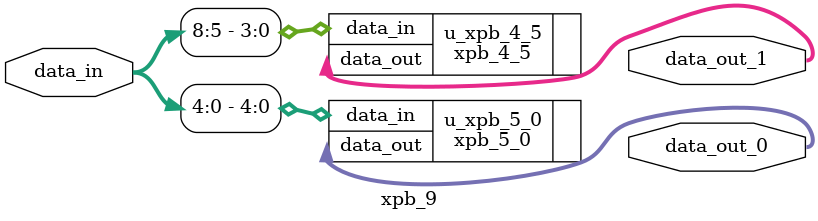
<source format=v>
module xpb_9
(
    input [8:0] data_in,

    output [1023:0] data_out_0,
    output [1023:0] data_out_1
);


xpb_5_0  u_xpb_5_0 (
.data_in( data_in[4 : 0]),
.data_out(data_out_0)
);

xpb_4_5  u_xpb_4_5 (
.data_in( data_in[8 : 5]),
.data_out(data_out_1)
);


endmodule
</source>
